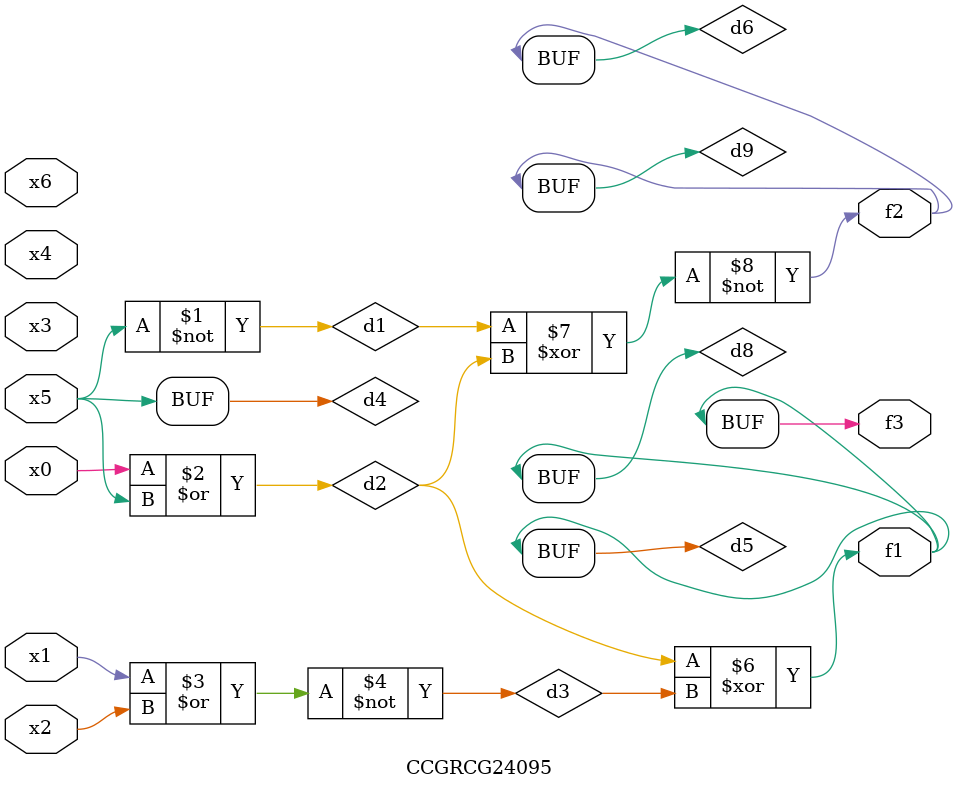
<source format=v>
module CCGRCG24095(
	input x0, x1, x2, x3, x4, x5, x6,
	output f1, f2, f3
);

	wire d1, d2, d3, d4, d5, d6, d7, d8, d9;

	nand (d1, x5);
	or (d2, x0, x5);
	nor (d3, x1, x2);
	xnor (d4, d1);
	xor (d5, d2, d3);
	xnor (d6, d1, d2);
	not (d7, x4);
	buf (d8, d5);
	xor (d9, d6);
	assign f1 = d8;
	assign f2 = d9;
	assign f3 = d8;
endmodule

</source>
